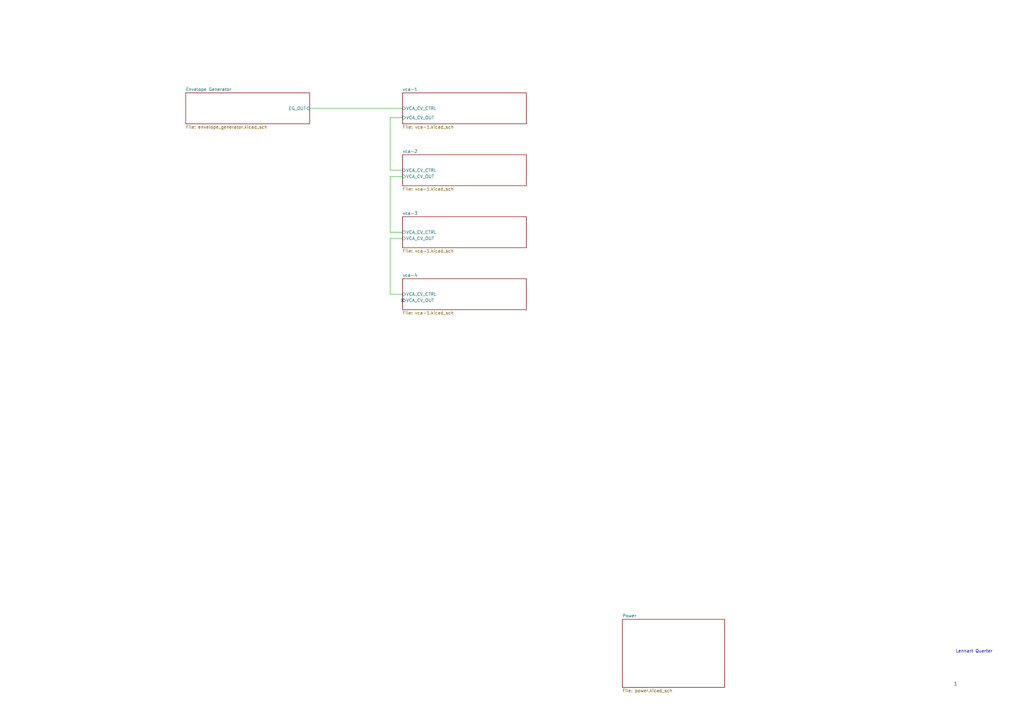
<source format=kicad_sch>
(kicad_sch
	(version 20231120)
	(generator "eeschema")
	(generator_version "8.0")
	(uuid "ffcc7acb-943e-4c85-833d-d9691a289ebb")
	(paper "A3")
	(lib_symbols)
	(no_connect
		(at 165.1 123.19)
		(uuid "e2147e3c-9935-40dc-a0c8-6a3a7f62ba33")
	)
	(wire
		(pts
			(xy 165.1 95.25) (xy 160.02 95.25)
		)
		(stroke
			(width 0)
			(type default)
		)
		(uuid "0559aa9d-c7c1-4419-8334-28aba7662d28")
	)
	(wire
		(pts
			(xy 165.1 48.26) (xy 160.02 48.26)
		)
		(stroke
			(width 0)
			(type default)
		)
		(uuid "060dee98-5a25-479a-aad7-06bb7bfca7b2")
	)
	(wire
		(pts
			(xy 165.1 72.39) (xy 160.02 72.39)
		)
		(stroke
			(width 0)
			(type default)
		)
		(uuid "08f2ebbf-2d69-481e-aca1-a9d969af1167")
	)
	(wire
		(pts
			(xy 160.02 48.26) (xy 160.02 69.85)
		)
		(stroke
			(width 0)
			(type default)
		)
		(uuid "2fc5fc3e-76ff-4c7f-ae19-e794c3099563")
	)
	(wire
		(pts
			(xy 165.1 120.65) (xy 160.02 120.65)
		)
		(stroke
			(width 0)
			(type default)
		)
		(uuid "610c5355-7592-4a94-a9b4-230fd2dc8eae")
	)
	(wire
		(pts
			(xy 160.02 72.39) (xy 160.02 95.25)
		)
		(stroke
			(width 0)
			(type default)
		)
		(uuid "6e603674-f211-4798-b335-81152208e449")
	)
	(wire
		(pts
			(xy 127 44.45) (xy 165.1 44.45)
		)
		(stroke
			(width 0)
			(type default)
		)
		(uuid "8e02f3d5-b247-4c6b-a9b6-e0a6e9c9fb2b")
	)
	(wire
		(pts
			(xy 165.1 97.79) (xy 160.02 97.79)
		)
		(stroke
			(width 0)
			(type default)
		)
		(uuid "98def671-c2ac-4e84-83c5-18d484a54696")
	)
	(wire
		(pts
			(xy 165.1 69.85) (xy 160.02 69.85)
		)
		(stroke
			(width 0)
			(type default)
		)
		(uuid "da0ea667-a678-42e5-a7d7-2216fcc4fe6a")
	)
	(wire
		(pts
			(xy 160.02 97.79) (xy 160.02 120.65)
		)
		(stroke
			(width 0)
			(type default)
		)
		(uuid "f02da023-d6e4-4746-b6f3-d31cdc503ece")
	)
	(text "Lennart Querter"
		(exclude_from_sim no)
		(at 399.542 267.208 0)
		(effects
			(font
				(size 1.27 1.27)
			)
		)
		(uuid "deb10ed6-c3a8-4b31-bb74-80bb683850a4")
	)
	(text "1"
		(exclude_from_sim no)
		(at 391.922 280.67 0)
		(effects
			(font
				(size 1.27 1.27)
			)
		)
		(uuid "f22c1a81-08ba-4e01-8281-d5ef810c90f0")
	)
	(sheet
		(at 255.27 254)
		(size 41.91 27.94)
		(fields_autoplaced yes)
		(stroke
			(width 0.1524)
			(type solid)
		)
		(fill
			(color 0 0 0 0.0000)
		)
		(uuid "092b8b9b-e95d-477e-8430-3b337a26e54e")
		(property "Sheetname" "Power"
			(at 255.27 253.2884 0)
			(effects
				(font
					(size 1.27 1.27)
				)
				(justify left bottom)
			)
		)
		(property "Sheetfile" "power.kicad_sch"
			(at 255.27 282.5246 0)
			(effects
				(font
					(size 1.27 1.27)
				)
				(justify left top)
			)
		)
		(instances
			(project "titanium"
				(path "/ffcc7acb-943e-4c85-833d-d9691a289ebb"
					(page "4")
				)
			)
		)
	)
	(sheet
		(at 165.1 38.1)
		(size 50.8 12.7)
		(fields_autoplaced yes)
		(stroke
			(width 0.1524)
			(type solid)
		)
		(fill
			(color 0 0 0 0.0000)
		)
		(uuid "0df4af71-5e60-4e1e-abd4-eab8e1cbb9ec")
		(property "Sheetname" "vca-1"
			(at 165.1 37.3884 0)
			(effects
				(font
					(size 1.27 1.27)
				)
				(justify left bottom)
			)
		)
		(property "Sheetfile" "vca-1.kicad_sch"
			(at 165.1 51.3846 0)
			(effects
				(font
					(size 1.27 1.27)
				)
				(justify left top)
			)
		)
		(pin "VCA_CV_CTRL" input
			(at 165.1 44.45 180)
			(effects
				(font
					(size 1.27 1.27)
				)
				(justify left)
			)
			(uuid "b3a3ea59-32bf-4f2f-9d51-eacf74ee89ff")
		)
		(pin "VCA_CV_OUT" input
			(at 165.1 48.26 180)
			(effects
				(font
					(size 1.27 1.27)
				)
				(justify left)
			)
			(uuid "2532dab7-24fe-481c-90d5-b82f4a524dc7")
		)
		(instances
			(project "titanium"
				(path "/ffcc7acb-943e-4c85-833d-d9691a289ebb"
					(page "2")
				)
			)
		)
	)
	(sheet
		(at 165.1 63.5)
		(size 50.8 12.7)
		(fields_autoplaced yes)
		(stroke
			(width 0.1524)
			(type solid)
		)
		(fill
			(color 0 0 0 0.0000)
		)
		(uuid "1453163e-71c9-43f3-b2dc-303f52ffd8df")
		(property "Sheetname" "vca-2"
			(at 165.1 62.7884 0)
			(effects
				(font
					(size 1.27 1.27)
				)
				(justify left bottom)
			)
		)
		(property "Sheetfile" "vca-1.kicad_sch"
			(at 165.1 76.7846 0)
			(effects
				(font
					(size 1.27 1.27)
				)
				(justify left top)
			)
		)
		(pin "VCA_CV_CTRL" input
			(at 165.1 69.85 180)
			(effects
				(font
					(size 1.27 1.27)
				)
				(justify left)
			)
			(uuid "3da86a5f-964c-4856-8290-15ba94a5f6bd")
		)
		(pin "VCA_CV_OUT" input
			(at 165.1 72.39 180)
			(effects
				(font
					(size 1.27 1.27)
				)
				(justify left)
			)
			(uuid "e04524fe-da50-438d-bde2-3985b0c84e63")
		)
		(instances
			(project "titanium"
				(path "/ffcc7acb-943e-4c85-833d-d9691a289ebb"
					(page "5")
				)
			)
		)
	)
	(sheet
		(at 165.1 114.3)
		(size 50.8 12.7)
		(fields_autoplaced yes)
		(stroke
			(width 0.1524)
			(type solid)
		)
		(fill
			(color 0 0 0 0.0000)
		)
		(uuid "4919424d-97c0-40bb-813d-24c5222467d4")
		(property "Sheetname" "vca-4"
			(at 165.1 113.5884 0)
			(effects
				(font
					(size 1.27 1.27)
				)
				(justify left bottom)
			)
		)
		(property "Sheetfile" "vca-1.kicad_sch"
			(at 165.1 127.5846 0)
			(effects
				(font
					(size 1.27 1.27)
				)
				(justify left top)
			)
		)
		(pin "VCA_CV_CTRL" input
			(at 165.1 120.65 180)
			(effects
				(font
					(size 1.27 1.27)
				)
				(justify left)
			)
			(uuid "164876a9-9b12-41e8-ab7a-a04e2b428e01")
		)
		(pin "VCA_CV_OUT" input
			(at 165.1 123.19 180)
			(effects
				(font
					(size 1.27 1.27)
				)
				(justify left)
			)
			(uuid "55bd0da5-8732-4f99-8b77-a1d87a1c0b72")
		)
		(instances
			(project "titanium"
				(path "/ffcc7acb-943e-4c85-833d-d9691a289ebb"
					(page "7")
				)
			)
		)
	)
	(sheet
		(at 165.1 88.9)
		(size 50.8 12.7)
		(fields_autoplaced yes)
		(stroke
			(width 0.1524)
			(type solid)
		)
		(fill
			(color 0 0 0 0.0000)
		)
		(uuid "f41ba353-1310-400d-816b-e614cba4ec02")
		(property "Sheetname" "vca-3"
			(at 165.1 88.1884 0)
			(effects
				(font
					(size 1.27 1.27)
				)
				(justify left bottom)
			)
		)
		(property "Sheetfile" "vca-1.kicad_sch"
			(at 165.1 102.1846 0)
			(effects
				(font
					(size 1.27 1.27)
				)
				(justify left top)
			)
		)
		(pin "VCA_CV_CTRL" input
			(at 165.1 95.25 180)
			(effects
				(font
					(size 1.27 1.27)
				)
				(justify left)
			)
			(uuid "06d28d40-3e90-4532-a049-dd8468b3ca7c")
		)
		(pin "VCA_CV_OUT" input
			(at 165.1 97.79 180)
			(effects
				(font
					(size 1.27 1.27)
				)
				(justify left)
			)
			(uuid "7ac023a8-adaa-4483-b74d-96f95ebf3e8d")
		)
		(instances
			(project "titanium"
				(path "/ffcc7acb-943e-4c85-833d-d9691a289ebb"
					(page "6")
				)
			)
		)
	)
	(sheet
		(at 76.2 38.1)
		(size 50.8 12.7)
		(fields_autoplaced yes)
		(stroke
			(width 0.1524)
			(type solid)
		)
		(fill
			(color 0 0 0 0.0000)
		)
		(uuid "ff6392f6-d159-4823-ad95-29b166f4bc2b")
		(property "Sheetname" "Envelope Generator"
			(at 76.2 37.3884 0)
			(effects
				(font
					(size 1.27 1.27)
				)
				(justify left bottom)
			)
		)
		(property "Sheetfile" "envelope_generator.kicad_sch"
			(at 76.2 51.3846 0)
			(effects
				(font
					(size 1.27 1.27)
				)
				(justify left top)
			)
		)
		(pin "EG_OUT" input
			(at 127 44.45 0)
			(effects
				(font
					(size 1.27 1.27)
				)
				(justify right)
			)
			(uuid "ead295e5-c5e4-4b7c-b97b-40c968f6b94a")
		)
		(instances
			(project "titanium"
				(path "/ffcc7acb-943e-4c85-833d-d9691a289ebb"
					(page "3")
				)
			)
		)
	)
	(sheet_instances
		(path "/"
			(page "1")
		)
	)
)

</source>
